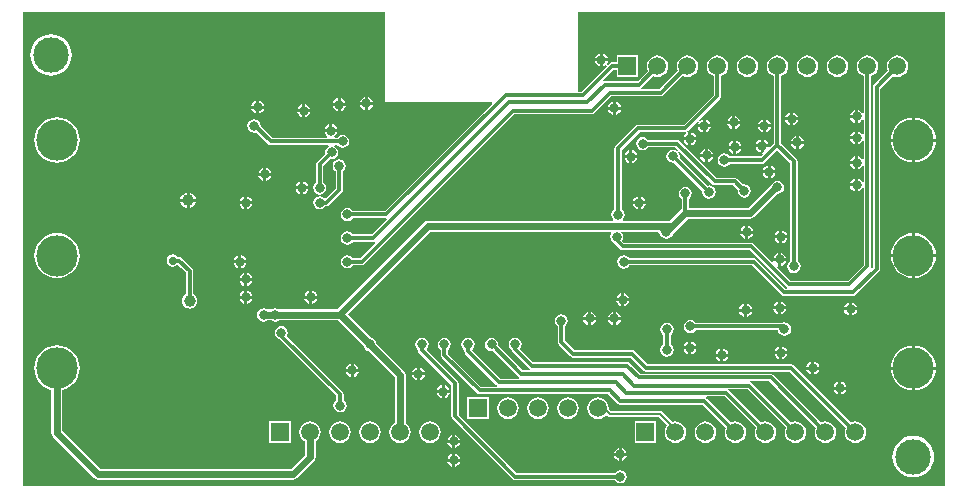
<source format=gbl>
%FSLAX44Y44*%
%MOMM*%
G71*
G01*
G75*
G04 Layer_Physical_Order=2*
G04 Layer_Color=16711680*
%ADD10R,1.3000X2.1000*%
%ADD11O,2.0000X1.0000*%
%ADD12O,4.0000X1.0000*%
%ADD13R,0.6500X0.9000*%
%ADD14R,2.0000X2.0000*%
%ADD15O,1.0000X3.0000*%
%ADD16R,0.9000X0.6500*%
%ADD17R,1.3000X0.9000*%
%ADD18O,1.0000X2.0000*%
%ADD19R,0.9000X1.3000*%
%ADD20R,1.9000X4.0000*%
%ADD21R,1.3000X4.5000*%
%ADD22R,0.6500X1.1000*%
%ADD23R,1.0000X1.0000*%
%ADD24R,0.6000X1.5000*%
%ADD25R,1.4000X0.6000*%
%ADD26P,2.0566X8X112.5*%
%ADD27R,1.3970X2.5400*%
%ADD28R,2.5400X1.1430*%
%ADD29C,0.3000*%
%ADD30C,0.6000*%
%ADD31C,0.4000*%
%ADD32C,0.5000*%
%ADD33C,0.2000*%
%ADD34C,3.0000*%
%ADD35R,1.5000X1.5000*%
%ADD36C,1.5000*%
%ADD37C,3.5000*%
%ADD38C,0.8000*%
%ADD39C,0.7000*%
%ADD40C,1.0000*%
G36*
X782000Y269D02*
X781731Y0D01*
X1330D01*
Y401410D01*
X308000D01*
Y326000D01*
X309000Y325000D01*
X397957D01*
X398443Y323827D01*
X307716Y233100D01*
X280592D01*
X279994Y233994D01*
X278162Y235219D01*
X276000Y235648D01*
X273838Y235219D01*
X272006Y233994D01*
X270781Y232162D01*
X270352Y230000D01*
X270781Y227838D01*
X272006Y226006D01*
X273838Y224781D01*
X276000Y224352D01*
X278162Y224781D01*
X279994Y226006D01*
X280592Y226900D01*
X308858D01*
X309132Y226239D01*
X309252Y225635D01*
X296716Y213100D01*
X280592D01*
X279994Y213994D01*
X278162Y215219D01*
X276000Y215648D01*
X273838Y215219D01*
X272006Y213994D01*
X270781Y212162D01*
X270352Y210000D01*
X270781Y207838D01*
X272006Y206006D01*
X273838Y204781D01*
X276000Y204352D01*
X278162Y204781D01*
X279994Y206006D01*
X280592Y206900D01*
X298000D01*
X298997Y207099D01*
X299595Y205979D01*
X286716Y193100D01*
X280592D01*
X279994Y193994D01*
X278162Y195219D01*
X276000Y195648D01*
X273838Y195219D01*
X272006Y193994D01*
X270781Y192162D01*
X270352Y190000D01*
X270781Y187838D01*
X272006Y186006D01*
X273838Y184781D01*
X276000Y184352D01*
X278162Y184781D01*
X279994Y186006D01*
X280592Y186900D01*
X288000D01*
X289186Y187136D01*
X290192Y187808D01*
X290192Y187808D01*
X290192Y187808D01*
X417284Y314900D01*
X483000D01*
X484186Y315136D01*
X485192Y315808D01*
X499284Y329900D01*
X541280D01*
X542466Y330136D01*
X543472Y330808D01*
X543472Y330808D01*
X543472Y330808D01*
X560061Y347397D01*
X561520Y346793D01*
X563880Y346482D01*
X566240Y346793D01*
X568439Y347704D01*
X570327Y349153D01*
X571776Y351041D01*
X572687Y353240D01*
X572998Y355600D01*
X572687Y357960D01*
X571776Y360159D01*
X570327Y362047D01*
X568439Y363496D01*
X566240Y364407D01*
X563880Y364718D01*
X561520Y364407D01*
X559321Y363496D01*
X557433Y362047D01*
X555984Y360159D01*
X555073Y357960D01*
X554762Y355600D01*
X555073Y353240D01*
X555677Y351781D01*
X539996Y336100D01*
X524702D01*
X524333Y337315D01*
X525072Y337808D01*
X525072Y337808D01*
X525072Y337808D01*
X534661Y347397D01*
X536120Y346793D01*
X538480Y346482D01*
X540840Y346793D01*
X543039Y347704D01*
X544927Y349153D01*
X546376Y351041D01*
X547287Y353240D01*
X547598Y355600D01*
X547287Y357960D01*
X546376Y360159D01*
X544927Y362047D01*
X543039Y363496D01*
X540840Y364407D01*
X538480Y364718D01*
X536120Y364407D01*
X533921Y363496D01*
X532033Y362047D01*
X530584Y360159D01*
X529673Y357960D01*
X529362Y355600D01*
X529673Y353240D01*
X530277Y351781D01*
X521596Y343100D01*
X494000D01*
X493004Y342901D01*
X492405Y344021D01*
X500884Y352500D01*
X504040D01*
Y346560D01*
X522120D01*
Y364640D01*
X504040D01*
Y358700D01*
X499600D01*
X498414Y358464D01*
X497408Y357792D01*
X496296Y356680D01*
X495861Y357037D01*
X495861Y357037D01*
X495315Y357485D01*
X496219Y358838D01*
X496396Y359730D01*
X492270D01*
Y355604D01*
X493162Y355781D01*
X494515Y356685D01*
X494963Y356139D01*
X494963Y356139D01*
X495320Y355704D01*
X473716Y334100D01*
X471000D01*
Y401410D01*
X782000D01*
Y269D01*
D02*
G37*
%LPC*%
G36*
X618396Y147730D02*
X614270D01*
Y143604D01*
X615162Y143781D01*
X616994Y145006D01*
X618219Y146838D01*
X618396Y147730D01*
D02*
G37*
G36*
X700730Y148730D02*
X696604D01*
X696781Y147838D01*
X698006Y146006D01*
X699838Y144781D01*
X700730Y144604D01*
Y148730D01*
D02*
G37*
G36*
X707396D02*
X703270D01*
Y144604D01*
X704162Y144781D01*
X705994Y146006D01*
X707218Y147838D01*
X707396Y148730D01*
D02*
G37*
G36*
X611730Y147730D02*
X607604D01*
X607781Y146838D01*
X609006Y145006D01*
X610838Y143781D01*
X611730Y143604D01*
Y147730D01*
D02*
G37*
G36*
X482270Y147396D02*
Y143270D01*
X486396D01*
X486219Y144162D01*
X484994Y145994D01*
X483162Y147219D01*
X482270Y147396D01*
D02*
G37*
G36*
X500730D02*
X499838Y147219D01*
X498006Y145994D01*
X496782Y144162D01*
X496604Y143270D01*
X500730D01*
Y147396D01*
D02*
G37*
G36*
X503270D02*
Y143270D01*
X507396D01*
X507219Y144162D01*
X505994Y145994D01*
X504162Y147219D01*
X503270Y147396D01*
D02*
G37*
G36*
X611730Y154396D02*
X610838Y154219D01*
X609006Y152994D01*
X607781Y151162D01*
X607604Y150270D01*
X611730D01*
Y154396D01*
D02*
G37*
G36*
X614270D02*
Y150270D01*
X618396D01*
X618219Y151162D01*
X616994Y152994D01*
X615162Y154219D01*
X614270Y154396D01*
D02*
G37*
G36*
X700730Y155396D02*
X699838Y155219D01*
X698006Y153994D01*
X696781Y152162D01*
X696604Y151270D01*
X700730D01*
Y155396D01*
D02*
G37*
G36*
X128000Y196139D02*
X126034Y195748D01*
X124366Y194634D01*
X123252Y192966D01*
X122861Y191000D01*
X123252Y189034D01*
X124366Y187366D01*
X126034Y186252D01*
X128000Y185861D01*
X129966Y186252D01*
X131634Y187366D01*
X135179Y184997D01*
X139261Y180916D01*
Y162595D01*
X139062Y162513D01*
X137696Y161464D01*
X136647Y160098D01*
X135988Y158507D01*
X135764Y156800D01*
X135988Y155093D01*
X136647Y153502D01*
X137696Y152136D01*
X139062Y151087D01*
X140653Y150428D01*
X142360Y150204D01*
X144067Y150428D01*
X145658Y151087D01*
X147024Y152136D01*
X148073Y153502D01*
X148732Y155093D01*
X148956Y156800D01*
X148732Y158507D01*
X148073Y160098D01*
X147024Y161464D01*
X145658Y162513D01*
X145460Y162595D01*
Y182200D01*
X145224Y183386D01*
X144552Y184392D01*
X135752Y193192D01*
X134746Y193864D01*
X133560Y194100D01*
X131990D01*
X131634Y194634D01*
X129966Y195748D01*
X128000Y196139D01*
D02*
G37*
G36*
X703270Y155396D02*
Y151270D01*
X707396D01*
X707218Y152162D01*
X705994Y153994D01*
X704162Y155219D01*
X703270Y155396D01*
D02*
G37*
G36*
X640730Y149730D02*
X636604D01*
X636782Y148838D01*
X638006Y147006D01*
X639838Y145781D01*
X640730Y145604D01*
Y149730D01*
D02*
G37*
G36*
X647396D02*
X643270D01*
Y145604D01*
X644162Y145781D01*
X645994Y147006D01*
X647219Y148838D01*
X647396Y149730D01*
D02*
G37*
G36*
X641730Y118396D02*
X640838Y118219D01*
X639006Y116994D01*
X637781Y115162D01*
X637604Y114270D01*
X641730D01*
Y118396D01*
D02*
G37*
G36*
X644270D02*
Y114270D01*
X648396D01*
X648219Y115162D01*
X646994Y116994D01*
X645162Y118219D01*
X644270Y118396D01*
D02*
G37*
G36*
X564730Y122396D02*
X563838Y122219D01*
X562006Y120994D01*
X560782Y119162D01*
X560604Y118270D01*
X564730D01*
Y122396D01*
D02*
G37*
G36*
X594270Y116396D02*
Y112270D01*
X598396D01*
X598219Y113162D01*
X596994Y114994D01*
X595162Y116219D01*
X594270Y116396D01*
D02*
G37*
G36*
X564730Y115730D02*
X560604D01*
X560782Y114838D01*
X562006Y113006D01*
X563838Y111781D01*
X564730Y111604D01*
Y115730D01*
D02*
G37*
G36*
X571396D02*
X567270D01*
Y111604D01*
X568162Y111781D01*
X569994Y113006D01*
X571219Y114838D01*
X571396Y115730D01*
D02*
G37*
G36*
X591730Y116396D02*
X590838Y116219D01*
X589006Y114994D01*
X587781Y113162D01*
X587604Y112270D01*
X591730D01*
Y116396D01*
D02*
G37*
G36*
X500730Y140730D02*
X496604D01*
X496782Y139838D01*
X498006Y138006D01*
X499838Y136781D01*
X500730Y136604D01*
Y140730D01*
D02*
G37*
G36*
X507396D02*
X503270D01*
Y136604D01*
X504162Y136781D01*
X505994Y138006D01*
X507219Y139838D01*
X507396Y140730D01*
D02*
G37*
G36*
X479730Y147396D02*
X478838Y147219D01*
X477006Y145994D01*
X475781Y144162D01*
X475604Y143270D01*
X479730D01*
Y147396D01*
D02*
G37*
G36*
X486396Y140730D02*
X482270D01*
Y136604D01*
X483162Y136781D01*
X484994Y138006D01*
X486219Y139838D01*
X486396Y140730D01*
D02*
G37*
G36*
X567270Y122396D02*
Y118270D01*
X571396D01*
X571219Y119162D01*
X569994Y120994D01*
X568162Y122219D01*
X567270Y122396D01*
D02*
G37*
G36*
X566213Y140862D02*
X564052Y140432D01*
X562219Y139208D01*
X560995Y137375D01*
X560565Y135213D01*
X560995Y133052D01*
X562219Y131219D01*
X564052Y129995D01*
X566213Y129565D01*
X568375Y129995D01*
X570208Y131219D01*
X570805Y132114D01*
X640528D01*
X640781Y130838D01*
X642006Y129006D01*
X643838Y127781D01*
X646000Y127352D01*
X648162Y127781D01*
X649994Y129006D01*
X651219Y130838D01*
X651648Y133000D01*
X651219Y135162D01*
X649994Y136994D01*
X648162Y138218D01*
X646000Y138649D01*
X644050Y138261D01*
X643786Y138313D01*
X570805D01*
X570208Y139208D01*
X568375Y140432D01*
X566213Y140862D01*
D02*
G37*
G36*
X479730Y140730D02*
X475604D01*
X475781Y139838D01*
X477006Y138006D01*
X478838Y136781D01*
X479730Y136604D01*
Y140730D01*
D02*
G37*
G36*
X640730Y156396D02*
X639838Y156219D01*
X638006Y154994D01*
X636782Y153162D01*
X636604Y152270D01*
X640730D01*
Y156396D01*
D02*
G37*
G36*
X188730Y180396D02*
X187838Y180219D01*
X186006Y178994D01*
X184781Y177162D01*
X184604Y176270D01*
X188730D01*
Y180396D01*
D02*
G37*
G36*
X191270D02*
Y176270D01*
X195396D01*
X195219Y177162D01*
X193994Y178994D01*
X192162Y180219D01*
X191270Y180396D01*
D02*
G37*
G36*
X183730Y188730D02*
X179604D01*
X179781Y187838D01*
X181006Y186006D01*
X182838Y184781D01*
X183730Y184604D01*
Y188730D01*
D02*
G37*
G36*
X774177Y193980D02*
X756440D01*
Y176243D01*
X758903Y176486D01*
X762492Y177574D01*
X765799Y179342D01*
X768698Y181722D01*
X771078Y184621D01*
X772846Y187929D01*
X773934Y191518D01*
X774177Y193980D01*
D02*
G37*
G36*
X195396Y173730D02*
X191270D01*
Y169604D01*
X192162Y169781D01*
X193994Y171006D01*
X195219Y172838D01*
X195396Y173730D01*
D02*
G37*
G36*
X30000Y214382D02*
X26267Y214014D01*
X22678Y212926D01*
X19371Y211158D01*
X16472Y208778D01*
X14092Y205879D01*
X12324Y202572D01*
X11236Y198983D01*
X10868Y195250D01*
X11236Y191518D01*
X12324Y187929D01*
X14092Y184621D01*
X16472Y181722D01*
X19371Y179342D01*
X22678Y177574D01*
X26267Y176486D01*
X30000Y176118D01*
X33733Y176486D01*
X37322Y177574D01*
X40629Y179342D01*
X43528Y181722D01*
X45908Y184621D01*
X47676Y187929D01*
X48765Y191518D01*
X49132Y195250D01*
X48765Y198983D01*
X47676Y202572D01*
X45908Y205879D01*
X43528Y208778D01*
X40629Y211158D01*
X37322Y212926D01*
X33733Y214014D01*
X30000Y214382D01*
D02*
G37*
G36*
X753900Y193980D02*
X736163D01*
X736405Y191518D01*
X737494Y187929D01*
X739262Y184621D01*
X741641Y181722D01*
X744541Y179342D01*
X747848Y177574D01*
X751438Y176486D01*
X753900Y176243D01*
Y193980D01*
D02*
G37*
G36*
X186270Y195396D02*
Y191270D01*
X190396D01*
X190219Y192162D01*
X188994Y193994D01*
X187162Y195219D01*
X186270Y195396D01*
D02*
G37*
G36*
X640730Y197396D02*
X639838Y197219D01*
X638006Y195994D01*
X636782Y194162D01*
X636604Y193270D01*
X640730D01*
Y197396D01*
D02*
G37*
G36*
X643270D02*
Y193270D01*
X647396D01*
X647219Y194162D01*
X645994Y195994D01*
X644162Y197219D01*
X643270Y197396D01*
D02*
G37*
G36*
X183730Y195396D02*
X182838Y195219D01*
X181006Y193994D01*
X179781Y192162D01*
X179604Y191270D01*
X183730D01*
Y195396D01*
D02*
G37*
G36*
X190396Y188730D02*
X186270D01*
Y184604D01*
X187162Y184781D01*
X188994Y186006D01*
X190219Y187838D01*
X190396Y188730D01*
D02*
G37*
G36*
X741680Y364718D02*
X739320Y364407D01*
X737121Y363496D01*
X735233Y362047D01*
X733784Y360159D01*
X732873Y357960D01*
X732562Y355600D01*
X732873Y353240D01*
X733477Y351781D01*
X721808Y340112D01*
X721136Y339106D01*
X720900Y337920D01*
Y185600D01*
X719811Y184947D01*
X719181Y185284D01*
X719380Y186280D01*
Y213280D01*
Y347099D01*
X720839Y347704D01*
X722727Y349153D01*
X724176Y351041D01*
X725087Y353240D01*
X725398Y355600D01*
X725087Y357960D01*
X724176Y360159D01*
X722727Y362047D01*
X720839Y363496D01*
X718640Y364407D01*
X716280Y364718D01*
X713920Y364407D01*
X711721Y363496D01*
X709833Y362047D01*
X708384Y360159D01*
X707473Y357960D01*
X707162Y355600D01*
X707473Y353240D01*
X708384Y351041D01*
X709833Y349153D01*
X711721Y347704D01*
X713180Y347099D01*
Y315910D01*
X711965Y315541D01*
X710994Y316994D01*
X709162Y318219D01*
X708270Y318396D01*
Y312997D01*
Y307604D01*
X709162Y307782D01*
X710994Y309006D01*
X711965Y310459D01*
X713180Y310090D01*
Y297910D01*
X711965Y297541D01*
X710994Y298994D01*
X709162Y300219D01*
X708270Y300396D01*
Y294998D01*
Y289604D01*
X709162Y289781D01*
X710994Y291006D01*
X711965Y292459D01*
X713180Y292090D01*
Y276910D01*
X711965Y276541D01*
X710994Y277994D01*
X709162Y279219D01*
X708270Y279396D01*
Y273997D01*
Y268604D01*
X709162Y268782D01*
X710994Y270006D01*
X711965Y271459D01*
X713180Y271090D01*
Y257910D01*
X711965Y257541D01*
X710994Y258994D01*
X709162Y260219D01*
X708270Y260396D01*
Y254998D01*
Y249604D01*
X709162Y249781D01*
X710994Y251006D01*
X711965Y252459D01*
X713180Y252090D01*
Y213280D01*
Y187564D01*
X699716Y174100D01*
X651284D01*
X642192Y183192D01*
X639842Y185542D01*
X640441Y186662D01*
X640730Y186604D01*
Y190730D01*
X636604D01*
X636662Y190441D01*
X635542Y189842D01*
X620192Y205192D01*
X619186Y205864D01*
X618000Y206100D01*
X510284D01*
X508547Y207837D01*
X509211Y208830D01*
X509640Y210992D01*
X509211Y213153D01*
X507986Y214986D01*
X508103Y215371D01*
X539083D01*
X540574Y213879D01*
X540781Y212838D01*
X542006Y211006D01*
X543838Y209781D01*
X546000Y209352D01*
X548162Y209781D01*
X549994Y211006D01*
X551219Y212838D01*
X551426Y213879D01*
X563917Y226371D01*
X617000D01*
X617000Y226371D01*
X618771Y226723D01*
X620273Y227727D01*
X639915Y247368D01*
X640000Y247351D01*
X642162Y247781D01*
X643994Y249006D01*
X645219Y250838D01*
X645648Y253000D01*
X645219Y255162D01*
X643994Y256994D01*
X642162Y258219D01*
X640000Y258648D01*
X637838Y258219D01*
X636006Y256994D01*
X635116Y255662D01*
X615083Y235629D01*
X565100D01*
Y243408D01*
X565994Y244006D01*
X567219Y245838D01*
X567649Y248000D01*
X567219Y250162D01*
X565994Y251994D01*
X564162Y253219D01*
X562000Y253648D01*
X559838Y253219D01*
X558006Y251994D01*
X556781Y250162D01*
X556352Y248000D01*
X556781Y245838D01*
X558006Y244006D01*
X558900Y243408D01*
Y234389D01*
X558727Y234273D01*
X558727Y234273D01*
X548573Y224119D01*
X543007D01*
X542771Y224277D01*
X541000Y224629D01*
X541000Y224629D01*
X509349D01*
X508994Y225800D01*
X510219Y227632D01*
X510648Y229794D01*
X510219Y231956D01*
X508994Y233788D01*
X508100Y234386D01*
Y284716D01*
X523284Y299900D01*
X562000D01*
X562878Y300075D01*
X563345Y298948D01*
X563345D01*
X563364Y298902D01*
X562006Y297994D01*
X560782Y296162D01*
X560604Y295270D01*
X564730D01*
Y299396D01*
X564146Y299280D01*
X563679Y300407D01*
X563679D01*
X563660Y300453D01*
X564192Y300808D01*
X572704Y309321D01*
X573137Y308965D01*
D01*
X573686Y308515D01*
X572781Y307162D01*
X572604Y306270D01*
X576730D01*
Y310396D01*
X575838Y310219D01*
X574485Y309314D01*
X574035Y309863D01*
D01*
X573680Y310296D01*
X591472Y328088D01*
X592144Y329094D01*
X592380Y330280D01*
X592380Y330280D01*
X592380Y330280D01*
Y330280D01*
Y347099D01*
X593839Y347704D01*
X595727Y349153D01*
X597176Y351041D01*
X598087Y353240D01*
X598398Y355600D01*
X598087Y357960D01*
X597176Y360159D01*
X595727Y362047D01*
X593839Y363496D01*
X591640Y364407D01*
X589280Y364718D01*
X586920Y364407D01*
X584721Y363496D01*
X582833Y362047D01*
X581384Y360159D01*
X580473Y357960D01*
X580162Y355600D01*
X580473Y353240D01*
X581384Y351041D01*
X582833Y349153D01*
X584721Y347704D01*
X586180Y347099D01*
Y331564D01*
X560716Y306100D01*
X522000D01*
X520814Y305864D01*
X519808Y305192D01*
X502808Y288192D01*
X502136Y287186D01*
X501900Y286000D01*
Y234386D01*
X501006Y233788D01*
X499781Y231956D01*
X499352Y229794D01*
X499781Y227632D01*
X501006Y225800D01*
X500651Y224629D01*
X344000D01*
X344000Y224629D01*
X342229Y224277D01*
X340727Y223273D01*
X267083Y149629D01*
X218044D01*
X217162Y150218D01*
X215000Y150648D01*
X212838Y150218D01*
X211956Y149629D01*
X208044D01*
X207162Y150218D01*
X205000Y150648D01*
X202838Y150218D01*
X201006Y148994D01*
X199781Y147162D01*
X199352Y145000D01*
X199781Y142838D01*
X201006Y141006D01*
X202838Y139781D01*
X205000Y139352D01*
X207162Y139781D01*
X208044Y140371D01*
X211956D01*
X212838Y139781D01*
X215000Y139352D01*
X217162Y139781D01*
X218044Y140371D01*
X268083D01*
X289574Y118879D01*
X289781Y117838D01*
X291006Y116006D01*
X292838Y114781D01*
X293879Y114574D01*
X315891Y92563D01*
Y53563D01*
X314073Y52167D01*
X312624Y50279D01*
X311713Y48080D01*
X311402Y45720D01*
X311713Y43360D01*
X312624Y41161D01*
X314073Y39273D01*
X315961Y37824D01*
X318160Y36913D01*
X320520Y36602D01*
X322880Y36913D01*
X325079Y37824D01*
X326967Y39273D01*
X328416Y41161D01*
X329327Y43360D01*
X329638Y45720D01*
X329327Y48080D01*
X328416Y50279D01*
X326967Y52167D01*
X325149Y53563D01*
Y94480D01*
X325149Y94480D01*
X324797Y96251D01*
X323793Y97753D01*
X323793Y97753D01*
X300426Y121121D01*
X300219Y122162D01*
X298994Y123994D01*
X297162Y125218D01*
X296121Y125426D01*
X276046Y145500D01*
X345917Y215371D01*
X498908D01*
X499507Y214251D01*
X498773Y213153D01*
X498343Y210992D01*
X498773Y208830D01*
X499998Y206998D01*
X501830Y205773D01*
X501846Y205770D01*
X506808Y200808D01*
X507814Y200136D01*
X509000Y199900D01*
X616716D01*
X637808Y178808D01*
X647808Y168808D01*
X648547Y168315D01*
X648178Y167100D01*
X647284D01*
X622276Y192108D01*
X621270Y192780D01*
X620084Y193016D01*
X514592D01*
X513994Y193910D01*
X512162Y195135D01*
X510000Y195564D01*
X507838Y195135D01*
X506006Y193910D01*
X504781Y192078D01*
X504352Y189916D01*
X504781Y187754D01*
X506006Y185922D01*
X507838Y184697D01*
X510000Y184268D01*
X512162Y184697D01*
X513994Y185922D01*
X514592Y186816D01*
X618800D01*
X643808Y161808D01*
X643808Y161808D01*
X643808D01*
X643808Y161808D01*
X643808D01*
X643808Y161808D01*
Y161808D01*
Y161808D01*
D01*
D01*
X643808D01*
Y161808D01*
X644814Y161136D01*
X646000Y160900D01*
X704000D01*
X705186Y161136D01*
X706192Y161808D01*
X726192Y181808D01*
X726864Y182814D01*
X727100Y184000D01*
Y336636D01*
X737861Y347397D01*
X739320Y346793D01*
X741680Y346482D01*
X744040Y346793D01*
X746239Y347704D01*
X748127Y349153D01*
X749576Y351041D01*
X750487Y353240D01*
X750798Y355600D01*
X750487Y357960D01*
X749576Y360159D01*
X748127Y362047D01*
X746239Y363496D01*
X744040Y364407D01*
X741680Y364718D01*
D02*
G37*
G36*
X647396Y190730D02*
X643270D01*
Y186604D01*
X644162Y186781D01*
X645994Y188006D01*
X647219Y189838D01*
X647396Y190730D01*
D02*
G37*
G36*
X250396Y158730D02*
X246270D01*
Y154604D01*
X247162Y154781D01*
X248994Y156006D01*
X250219Y157838D01*
X250396Y158730D01*
D02*
G37*
G36*
X188730Y158730D02*
X184604D01*
X184781Y157838D01*
X186006Y156006D01*
X187838Y154782D01*
X188730Y154604D01*
Y158730D01*
D02*
G37*
G36*
X195396D02*
X191270D01*
Y154604D01*
X192162Y154782D01*
X193994Y156006D01*
X195219Y157838D01*
X195396Y158730D01*
D02*
G37*
G36*
X243730Y158730D02*
X239604D01*
X239781Y157838D01*
X241006Y156006D01*
X242838Y154781D01*
X243730Y154604D01*
Y158730D01*
D02*
G37*
G36*
X643270Y156396D02*
Y152270D01*
X647396D01*
X647219Y153162D01*
X645994Y154994D01*
X644162Y156219D01*
X643270Y156396D01*
D02*
G37*
G36*
X507730Y156730D02*
X503604D01*
X503781Y155838D01*
X505006Y154006D01*
X506838Y152781D01*
X507730Y152604D01*
Y156730D01*
D02*
G37*
G36*
X514396D02*
X510270D01*
Y152604D01*
X511162Y152781D01*
X512994Y154006D01*
X514219Y155838D01*
X514396Y156730D01*
D02*
G37*
G36*
X188730Y165396D02*
X187838Y165219D01*
X186006Y163994D01*
X184781Y162162D01*
X184604Y161270D01*
X188730D01*
Y165396D01*
D02*
G37*
G36*
X191270D02*
Y161270D01*
X195396D01*
X195219Y162162D01*
X193994Y163994D01*
X192162Y165219D01*
X191270Y165396D01*
D02*
G37*
G36*
X188730Y173730D02*
X184604D01*
X184781Y172838D01*
X186006Y171006D01*
X187838Y169781D01*
X188730Y169604D01*
Y173730D01*
D02*
G37*
G36*
X246270Y165396D02*
Y161270D01*
X250396D01*
X250219Y162162D01*
X248994Y163994D01*
X247162Y165219D01*
X246270Y165396D01*
D02*
G37*
G36*
X507730Y163396D02*
X506838Y163218D01*
X505006Y161994D01*
X503781Y160162D01*
X503604Y159270D01*
X507730D01*
Y163396D01*
D02*
G37*
G36*
X510270D02*
Y159270D01*
X514396D01*
X514219Y160162D01*
X512994Y161994D01*
X511162Y163218D01*
X510270Y163396D01*
D02*
G37*
G36*
X243730Y165396D02*
X242838Y165219D01*
X241006Y163994D01*
X239781Y162162D01*
X239604Y161270D01*
X243730D01*
Y165396D01*
D02*
G37*
G36*
X546410Y138379D02*
X544248Y137949D01*
X542416Y136724D01*
X541191Y134892D01*
X540761Y132730D01*
X541191Y130569D01*
X542416Y128736D01*
X543310Y128138D01*
Y119822D01*
X542416Y119224D01*
X541191Y117392D01*
X540761Y115230D01*
X541191Y113069D01*
X542416Y111236D01*
X544248Y110012D01*
X546410Y109582D01*
X548572Y110012D01*
X550404Y111236D01*
X551628Y113069D01*
X552058Y115230D01*
X551628Y117392D01*
X550404Y119224D01*
X549510Y119822D01*
Y128138D01*
X550404Y128736D01*
X551628Y130569D01*
X552058Y132730D01*
X551628Y134892D01*
X550404Y136724D01*
X548572Y137949D01*
X546410Y138379D01*
D02*
G37*
G36*
X457000Y145648D02*
X454838Y145219D01*
X453006Y143994D01*
X451781Y142162D01*
X451352Y140000D01*
X451781Y137838D01*
X453006Y136006D01*
X453900Y135408D01*
Y130000D01*
Y122000D01*
X453900Y122000D01*
X453900D01*
X454136Y120814D01*
X454808Y119808D01*
X464808Y109808D01*
X464808Y109808D01*
X464808D01*
X464808Y109808D01*
X464808D01*
X464808Y109808D01*
Y109808D01*
Y109808D01*
D01*
D01*
X464808D01*
Y109808D01*
X465814Y109136D01*
X467000Y108900D01*
X515716D01*
X526808Y97808D01*
X527814Y97136D01*
X527814Y97136D01*
X527814Y97136D01*
D01*
X527814Y97136D01*
X527814Y97136D01*
X529000Y96900D01*
X650556D01*
X697917Y49539D01*
X697313Y48080D01*
X697002Y45720D01*
X697313Y43360D01*
X698224Y41161D01*
X699673Y39273D01*
X701561Y37824D01*
X703760Y36913D01*
X706120Y36602D01*
X708480Y36913D01*
X710679Y37824D01*
X712567Y39273D01*
X714016Y41161D01*
X714927Y43360D01*
X715238Y45720D01*
X714927Y48080D01*
X714016Y50279D01*
X712567Y52167D01*
X710679Y53616D01*
X708480Y54527D01*
X706120Y54838D01*
X703760Y54527D01*
X702301Y53923D01*
X654032Y102192D01*
X653026Y102864D01*
X651840Y103100D01*
X530284D01*
X519192Y114192D01*
X518186Y114864D01*
X517000Y115100D01*
X468284D01*
X460100Y123284D01*
Y130000D01*
Y135408D01*
X460994Y136006D01*
X462219Y137838D01*
X462649Y140000D01*
X462219Y142162D01*
X460994Y143994D01*
X459162Y145219D01*
X457000Y145648D01*
D02*
G37*
G36*
X227960Y54760D02*
X209880D01*
Y36680D01*
X227960D01*
Y54760D01*
D02*
G37*
G36*
X537360D02*
X519280D01*
Y36680D01*
X537360D01*
Y54760D01*
D02*
G37*
G36*
X579120Y54838D02*
X576760Y54527D01*
X574561Y53616D01*
X572673Y52167D01*
X571224Y50279D01*
X570313Y48080D01*
X570002Y45720D01*
X570313Y43360D01*
X571224Y41161D01*
X572673Y39273D01*
X574561Y37824D01*
X576760Y36913D01*
X579120Y36602D01*
X581480Y36913D01*
X583679Y37824D01*
X585567Y39273D01*
X587016Y41161D01*
X587927Y43360D01*
X588238Y45720D01*
X587927Y48080D01*
X587016Y50279D01*
X585567Y52167D01*
X583679Y53616D01*
X581480Y54527D01*
X579120Y54838D01*
D02*
G37*
G36*
X295120D02*
X292760Y54527D01*
X290561Y53616D01*
X288673Y52167D01*
X287224Y50279D01*
X286313Y48080D01*
X286002Y45720D01*
X286313Y43360D01*
X287224Y41161D01*
X288673Y39273D01*
X290561Y37824D01*
X292760Y36913D01*
X295120Y36602D01*
X297480Y36913D01*
X299679Y37824D01*
X301567Y39273D01*
X303016Y41161D01*
X303927Y43360D01*
X304238Y45720D01*
X303927Y48080D01*
X303016Y50279D01*
X301567Y52167D01*
X299679Y53616D01*
X297480Y54527D01*
X295120Y54838D01*
D02*
G37*
G36*
X345920D02*
X343560Y54527D01*
X341361Y53616D01*
X339473Y52167D01*
X338024Y50279D01*
X337113Y48080D01*
X336802Y45720D01*
X337113Y43360D01*
X338024Y41161D01*
X339473Y39273D01*
X341361Y37824D01*
X343560Y36913D01*
X345920Y36602D01*
X348280Y36913D01*
X350479Y37824D01*
X352367Y39273D01*
X353816Y41161D01*
X354727Y43360D01*
X355038Y45720D01*
X354727Y48080D01*
X353816Y50279D01*
X352367Y52167D01*
X350479Y53616D01*
X348280Y54527D01*
X345920Y54838D01*
D02*
G37*
G36*
X488160Y75158D02*
X485800Y74847D01*
X483601Y73936D01*
X481713Y72487D01*
X480264Y70599D01*
X479353Y68400D01*
X479042Y66040D01*
X479353Y63680D01*
X480264Y61481D01*
X481713Y59593D01*
X483601Y58144D01*
X485800Y57233D01*
X488160Y56922D01*
X490520Y57233D01*
X492719Y58144D01*
X494607Y59593D01*
X495675Y59663D01*
Y59662D01*
X496169Y59169D01*
D01*
D01*
X496169D01*
X496169Y59169D01*
Y59169D01*
Y59169D01*
D01*
D01*
X496169D01*
Y59169D01*
X497009Y58607D01*
X498000Y58410D01*
X539927D01*
X546794Y51544D01*
X545824Y50279D01*
X544913Y48080D01*
X544602Y45720D01*
X544913Y43360D01*
X545824Y41161D01*
X547273Y39273D01*
X549161Y37824D01*
X551360Y36913D01*
X553720Y36602D01*
X556080Y36913D01*
X558279Y37824D01*
X560167Y39273D01*
X561616Y41161D01*
X562527Y43360D01*
X562838Y45720D01*
X562527Y48080D01*
X561616Y50279D01*
X560167Y52167D01*
X558279Y53616D01*
X556080Y54527D01*
X553720Y54838D01*
X551360Y54527D01*
X551201Y54461D01*
X542831Y62831D01*
X541991Y63393D01*
X541000Y63590D01*
X499073D01*
X497202Y65461D01*
X497278Y66040D01*
X496967Y68400D01*
X496056Y70599D01*
X494607Y72487D01*
X492719Y73936D01*
X490520Y74847D01*
X488160Y75158D01*
D02*
G37*
G36*
X462760D02*
X460400Y74847D01*
X458201Y73936D01*
X456313Y72487D01*
X454864Y70599D01*
X453953Y68400D01*
X453642Y66040D01*
X453953Y63680D01*
X454864Y61481D01*
X456313Y59593D01*
X458201Y58144D01*
X460400Y57233D01*
X462760Y56922D01*
X465120Y57233D01*
X467319Y58144D01*
X469207Y59593D01*
X470656Y61481D01*
X471567Y63680D01*
X471878Y66040D01*
X471567Y68400D01*
X470656Y70599D01*
X469207Y72487D01*
X467319Y73936D01*
X465120Y74847D01*
X462760Y75158D01*
D02*
G37*
G36*
X395600Y75080D02*
X377520D01*
Y57000D01*
X395600D01*
Y75080D01*
D02*
G37*
G36*
X220000Y135648D02*
X217838Y135219D01*
X216006Y133994D01*
X214781Y132162D01*
X214352Y130000D01*
X214781Y127838D01*
X216006Y126006D01*
X217838Y124781D01*
X218458Y124658D01*
X266620Y76496D01*
Y72812D01*
X265726Y72214D01*
X264501Y70381D01*
X264072Y68220D01*
X264501Y66058D01*
X265726Y64226D01*
X267558Y63001D01*
X269720Y62571D01*
X271882Y63001D01*
X273714Y64226D01*
X274939Y66058D01*
X275368Y68220D01*
X274939Y70381D01*
X273714Y72214D01*
X272820Y72812D01*
Y77780D01*
X272584Y78966D01*
X271912Y79972D01*
X224748Y127135D01*
X225219Y127838D01*
X225648Y130000D01*
X225219Y132162D01*
X223994Y133994D01*
X222162Y135219D01*
X220000Y135648D01*
D02*
G37*
G36*
X437360Y75158D02*
X435000Y74847D01*
X432801Y73936D01*
X430913Y72487D01*
X429464Y70599D01*
X428553Y68400D01*
X428242Y66040D01*
X428553Y63680D01*
X429464Y61481D01*
X430913Y59593D01*
X432801Y58144D01*
X435000Y57233D01*
X437360Y56922D01*
X439720Y57233D01*
X441919Y58144D01*
X443807Y59593D01*
X445256Y61481D01*
X446167Y63680D01*
X446478Y66040D01*
X446167Y68400D01*
X445256Y70599D01*
X443807Y72487D01*
X441919Y73936D01*
X439720Y74847D01*
X437360Y75158D01*
D02*
G37*
G36*
X364730Y43396D02*
X363838Y43219D01*
X362006Y41994D01*
X360781Y40162D01*
X360604Y39270D01*
X364730D01*
Y43396D01*
D02*
G37*
G36*
X367270D02*
Y39270D01*
X371396D01*
X371219Y40162D01*
X369994Y41994D01*
X368162Y43219D01*
X367270Y43396D01*
D02*
G37*
G36*
X411960Y75158D02*
X409600Y74847D01*
X407401Y73936D01*
X405513Y72487D01*
X404064Y70599D01*
X403153Y68400D01*
X402842Y66040D01*
X403153Y63680D01*
X404064Y61481D01*
X405513Y59593D01*
X407401Y58144D01*
X409600Y57233D01*
X411960Y56922D01*
X414320Y57233D01*
X416519Y58144D01*
X418407Y59593D01*
X419856Y61481D01*
X420767Y63680D01*
X421078Y66040D01*
X420767Y68400D01*
X419856Y70599D01*
X418407Y72487D01*
X416519Y73936D01*
X414320Y74847D01*
X411960Y75158D01*
D02*
G37*
G36*
X371396Y20730D02*
X367270D01*
Y16604D01*
X368162Y16781D01*
X369994Y18006D01*
X371219Y19838D01*
X371396Y20730D01*
D02*
G37*
G36*
X505730Y25730D02*
X501604D01*
X501781Y24838D01*
X503006Y23006D01*
X504838Y21781D01*
X505730Y21604D01*
Y25730D01*
D02*
G37*
G36*
X512396D02*
X508270D01*
Y21604D01*
X509162Y21781D01*
X510994Y23006D01*
X512219Y24838D01*
X512396Y25730D01*
D02*
G37*
G36*
X364730Y20730D02*
X360604D01*
X360781Y19838D01*
X362006Y18006D01*
X363838Y16781D01*
X364730Y16604D01*
Y20730D01*
D02*
G37*
G36*
X339000Y125648D02*
X336838Y125218D01*
X335006Y123994D01*
X333782Y122162D01*
X333352Y120000D01*
X333782Y117838D01*
X335006Y116006D01*
X335900Y115408D01*
D01*
X335900Y115000D01*
X335900Y115000D01*
X335900D01*
X336136Y113814D01*
X336808Y112808D01*
X363900Y85716D01*
Y80185D01*
X362637Y80060D01*
X362649Y80000D01*
X362637Y79940D01*
X363900Y79815D01*
Y59000D01*
X363900Y59000D01*
X363900D01*
X364136Y57814D01*
X364808Y56808D01*
X415808Y5808D01*
X415808Y5808D01*
X415808D01*
X415808Y5808D01*
X415808D01*
X415808Y5808D01*
Y5808D01*
Y5808D01*
D01*
D01*
X415808D01*
Y5808D01*
X416814Y5136D01*
X418000Y4900D01*
X502408D01*
X503006Y4006D01*
X504838Y2781D01*
X507000Y2351D01*
X509162Y2781D01*
X510994Y4006D01*
X512219Y5838D01*
X512649Y8000D01*
X512219Y10162D01*
X510994Y11994D01*
X509162Y13219D01*
X507000Y13649D01*
X504838Y13219D01*
X503006Y11994D01*
X502408Y11100D01*
X419284D01*
X370100Y60284D01*
Y87000D01*
X369864Y88186D01*
X369192Y89192D01*
X342939Y115445D01*
X342994Y116006D01*
X344219Y117838D01*
X344649Y120000D01*
X344219Y122162D01*
X342994Y123994D01*
X341162Y125218D01*
X339000Y125648D01*
D02*
G37*
G36*
X30000Y119132D02*
X26267Y118764D01*
X22678Y117676D01*
X19371Y115908D01*
X16472Y113528D01*
X14092Y110629D01*
X12324Y107322D01*
X11236Y103733D01*
X10868Y100000D01*
X11236Y96267D01*
X12324Y92678D01*
X14092Y89371D01*
X16472Y86472D01*
X19371Y84092D01*
X22678Y82324D01*
X25371Y81507D01*
Y45000D01*
X25371Y45000D01*
X25723Y43229D01*
X26727Y41727D01*
X61727Y6727D01*
X61727Y6727D01*
X63229Y5723D01*
X63229Y5723D01*
X63229Y5723D01*
D01*
X63229Y5723D01*
X63229Y5723D01*
X65000Y5371D01*
X65000Y5371D01*
X230000D01*
X230000Y5371D01*
X231771Y5723D01*
X233273Y6727D01*
X247593Y21047D01*
X247593Y21047D01*
X248597Y22549D01*
X248949Y24320D01*
Y37877D01*
X250767Y39273D01*
X252216Y41161D01*
X253127Y43360D01*
X253438Y45720D01*
X253127Y48080D01*
X252216Y50279D01*
X250767Y52167D01*
X248879Y53616D01*
X246680Y54527D01*
X244320Y54838D01*
X241960Y54527D01*
X239761Y53616D01*
X237873Y52167D01*
X236424Y50279D01*
X235513Y48080D01*
X235202Y45720D01*
X235513Y43360D01*
X236424Y41161D01*
X237873Y39273D01*
X239691Y37877D01*
Y26237D01*
X228083Y14629D01*
X66917D01*
X34629Y46917D01*
Y81507D01*
X37322Y82324D01*
X40629Y84092D01*
X43528Y86472D01*
X45908Y89371D01*
X47676Y92678D01*
X48765Y96267D01*
X49132Y100000D01*
X48765Y103733D01*
X47676Y107322D01*
X45908Y110629D01*
X43528Y113528D01*
X40629Y115908D01*
X37322Y117676D01*
X33733Y118764D01*
X30000Y119132D01*
D02*
G37*
G36*
X755000Y42625D02*
X751562Y42287D01*
X748255Y41284D01*
X745208Y39655D01*
X742537Y37463D01*
X740346Y34792D01*
X738717Y31745D01*
X737714Y28439D01*
X737375Y25001D01*
X737714Y21562D01*
X738717Y18256D01*
X740346Y15209D01*
X742537Y12538D01*
X745208Y10346D01*
X748255Y8717D01*
X751562Y7714D01*
X755000Y7376D01*
X758438Y7714D01*
X761745Y8717D01*
X764792Y10346D01*
X767463Y12538D01*
X769654Y15209D01*
X771283Y18256D01*
X772286Y21562D01*
X772625Y25001D01*
X772286Y28439D01*
X771283Y31745D01*
X769654Y34792D01*
X767463Y37463D01*
X764792Y39655D01*
X761745Y41284D01*
X758438Y42287D01*
X755000Y42625D01*
D02*
G37*
G36*
X364730Y36730D02*
X360604D01*
X360781Y35838D01*
X362006Y34006D01*
X363838Y32781D01*
X364730Y32604D01*
Y36730D01*
D02*
G37*
G36*
X371396D02*
X367270D01*
Y32604D01*
X368162Y32781D01*
X369994Y34006D01*
X371219Y35838D01*
X371396Y36730D01*
D02*
G37*
G36*
X269720Y54838D02*
X267360Y54527D01*
X265161Y53616D01*
X263273Y52167D01*
X261824Y50279D01*
X260913Y48080D01*
X260602Y45720D01*
X260913Y43360D01*
X261824Y41161D01*
X263273Y39273D01*
X265161Y37824D01*
X267360Y36913D01*
X269720Y36602D01*
X272080Y36913D01*
X274279Y37824D01*
X276167Y39273D01*
X277616Y41161D01*
X278527Y43360D01*
X278838Y45720D01*
X278527Y48080D01*
X277616Y50279D01*
X276167Y52167D01*
X274279Y53616D01*
X272080Y54527D01*
X269720Y54838D01*
D02*
G37*
G36*
X508270Y32396D02*
Y28270D01*
X512396D01*
X512219Y29162D01*
X510994Y30994D01*
X509162Y32219D01*
X508270Y32396D01*
D02*
G37*
G36*
X364730Y27396D02*
X363838Y27219D01*
X362006Y25994D01*
X360781Y24162D01*
X360604Y23270D01*
X364730D01*
Y27396D01*
D02*
G37*
G36*
X367270D02*
Y23270D01*
X371396D01*
X371219Y24162D01*
X369994Y25994D01*
X368162Y27219D01*
X367270Y27396D01*
D02*
G37*
G36*
X505730Y32396D02*
X504838Y32219D01*
X503006Y30994D01*
X501781Y29162D01*
X501604Y28270D01*
X505730D01*
Y32396D01*
D02*
G37*
G36*
X355730Y78730D02*
X351604D01*
X351781Y77838D01*
X353006Y76006D01*
X354838Y74781D01*
X355730Y74604D01*
Y78730D01*
D02*
G37*
G36*
X278730Y103396D02*
X277838Y103219D01*
X276006Y101994D01*
X274781Y100162D01*
X274604Y99270D01*
X278730D01*
Y103396D01*
D02*
G37*
G36*
X281270D02*
Y99270D01*
X285396D01*
X285219Y100162D01*
X283994Y101994D01*
X282162Y103219D01*
X281270Y103396D01*
D02*
G37*
G36*
X668730Y105396D02*
X667838Y105219D01*
X666006Y103994D01*
X664781Y102162D01*
X664604Y101270D01*
X668730D01*
Y105396D01*
D02*
G37*
G36*
X418000Y125648D02*
X415838Y125218D01*
X414006Y123994D01*
X412781Y122162D01*
X412351Y120000D01*
X412781Y117838D01*
X414006Y116006D01*
X415036Y115317D01*
X415136Y114814D01*
X415808Y113808D01*
X429808Y99808D01*
X430547Y99315D01*
X430178Y98099D01*
X424284D01*
X403438Y118945D01*
X403648Y120000D01*
X403218Y122162D01*
X401994Y123994D01*
X400162Y125218D01*
X398000Y125648D01*
X395838Y125218D01*
X394006Y123994D01*
X392781Y122162D01*
X392351Y120000D01*
X392781Y117838D01*
X394006Y116006D01*
X395838Y114781D01*
X398000Y114352D01*
X399055Y114561D01*
X420808Y92808D01*
X421411Y92406D01*
X421547Y92315D01*
X421178Y91100D01*
X405284D01*
X381100Y115284D01*
Y115408D01*
X381994Y116006D01*
X383218Y117838D01*
X383648Y120000D01*
X383218Y122162D01*
X381994Y123994D01*
X380162Y125218D01*
X378000Y125648D01*
X375838Y125218D01*
X374006Y123994D01*
X372781Y122162D01*
X372351Y120000D01*
X372781Y117838D01*
X374006Y116006D01*
X374900Y115408D01*
Y114000D01*
X374900Y114000D01*
X374900D01*
X375136Y112814D01*
X375808Y111808D01*
X401808Y85808D01*
X402547Y85315D01*
X402178Y84100D01*
X389284D01*
X361100Y112284D01*
Y115408D01*
X361994Y116006D01*
X363218Y117838D01*
X363648Y120000D01*
X363218Y122162D01*
X361994Y123994D01*
X360162Y125218D01*
X358000Y125648D01*
X355838Y125218D01*
X354006Y123994D01*
X352781Y122162D01*
X352351Y120000D01*
X352781Y117838D01*
X354006Y116006D01*
X354900Y115408D01*
Y111000D01*
X354900Y111000D01*
X354900D01*
X355136Y109814D01*
X355808Y108808D01*
X385808Y78808D01*
X385808D01*
X385808Y78808D01*
X385808D01*
X385808Y78808D01*
Y78808D01*
X385808Y78808D01*
Y78808D01*
X386814Y78136D01*
X388000Y77900D01*
X496716D01*
X504808Y69808D01*
X504808D01*
X504808Y69808D01*
X504808D01*
X504808Y69808D01*
Y69808D01*
X504808Y69808D01*
Y69808D01*
X505814Y69136D01*
X507000Y68900D01*
X576956D01*
X596317Y49539D01*
X595713Y48080D01*
X595402Y45720D01*
X595713Y43360D01*
X596624Y41161D01*
X598073Y39273D01*
X599961Y37824D01*
X602160Y36913D01*
X604520Y36602D01*
X606880Y36913D01*
X609079Y37824D01*
X610967Y39273D01*
X612416Y41161D01*
X613327Y43360D01*
X613638Y45720D01*
X613327Y48080D01*
X612416Y50279D01*
X610967Y52167D01*
X609079Y53616D01*
X606880Y54527D01*
X604520Y54838D01*
X602160Y54527D01*
X600701Y53923D01*
X580432Y74192D01*
X579693Y74685D01*
X580062Y75900D01*
X595356D01*
X621717Y49539D01*
X621113Y48080D01*
X620802Y45720D01*
X621113Y43360D01*
X622024Y41161D01*
X623473Y39273D01*
X625361Y37824D01*
X627560Y36913D01*
X629920Y36602D01*
X632280Y36913D01*
X634479Y37824D01*
X636367Y39273D01*
X637816Y41161D01*
X638727Y43360D01*
X639038Y45720D01*
X638727Y48080D01*
X637816Y50279D01*
X636367Y52167D01*
X634479Y53616D01*
X632280Y54527D01*
X629920Y54838D01*
X627560Y54527D01*
X626101Y53923D01*
X598832Y81192D01*
X597826Y81864D01*
D01*
X597826D01*
X597829Y81889D01*
X597830Y81900D01*
X614756D01*
X647117Y49539D01*
X646513Y48080D01*
X646202Y45720D01*
X646513Y43360D01*
X647424Y41161D01*
X648873Y39273D01*
X650761Y37824D01*
X652960Y36913D01*
X655320Y36602D01*
X657680Y36913D01*
X659879Y37824D01*
X661767Y39273D01*
X663216Y41161D01*
X664127Y43360D01*
X664438Y45720D01*
X664127Y48080D01*
X663216Y50279D01*
X661767Y52167D01*
X659879Y53616D01*
X657680Y54527D01*
X655320Y54838D01*
X652960Y54527D01*
X651501Y53923D01*
X618232Y87192D01*
X617226Y87864D01*
X616040Y88100D01*
X616841Y88900D01*
X633156D01*
X672517Y49539D01*
X671913Y48080D01*
X671602Y45720D01*
X671913Y43360D01*
X672824Y41161D01*
X674273Y39273D01*
X676161Y37824D01*
X678360Y36913D01*
X680720Y36602D01*
X683080Y36913D01*
X685279Y37824D01*
X687167Y39273D01*
X688616Y41161D01*
X689527Y43360D01*
X689838Y45720D01*
X689527Y48080D01*
X688616Y50279D01*
X687167Y52167D01*
X685279Y53616D01*
X683080Y54527D01*
X680720Y54838D01*
X678360Y54527D01*
X676901Y53923D01*
X636632Y94192D01*
X635626Y94864D01*
X634440Y95100D01*
X524284D01*
X515192Y104192D01*
X514186Y104864D01*
X513000Y105100D01*
X433284D01*
X422148Y116236D01*
X423218Y117838D01*
X423648Y120000D01*
X423218Y122162D01*
X421994Y123994D01*
X420161Y125218D01*
X418000Y125648D01*
D02*
G37*
G36*
X675396Y98730D02*
X671270D01*
Y94604D01*
X672162Y94781D01*
X673994Y96006D01*
X675219Y97838D01*
X675396Y98730D01*
D02*
G37*
G36*
X334730Y100396D02*
X333838Y100218D01*
X332006Y98994D01*
X330781Y97162D01*
X330604Y96270D01*
X334730D01*
Y100396D01*
D02*
G37*
G36*
X337270D02*
Y96270D01*
X341396D01*
X341218Y97162D01*
X339994Y98994D01*
X338162Y100218D01*
X337270Y100396D01*
D02*
G37*
G36*
X598396Y109730D02*
X594270D01*
Y105604D01*
X595162Y105781D01*
X596994Y107006D01*
X598219Y108838D01*
X598396Y109730D01*
D02*
G37*
G36*
X641730Y111730D02*
X637604D01*
X637781Y110838D01*
X639006Y109006D01*
X640838Y107781D01*
X641730Y107604D01*
Y111730D01*
D02*
G37*
G36*
X648396D02*
X644270D01*
Y107604D01*
X645162Y107781D01*
X646994Y109006D01*
X648219Y110838D01*
X648396Y111730D01*
D02*
G37*
G36*
X591730Y109730D02*
X587604D01*
X587781Y108838D01*
X589006Y107006D01*
X590838Y105781D01*
X591730Y105604D01*
Y109730D01*
D02*
G37*
G36*
X671270Y105396D02*
Y101270D01*
X675396D01*
X675219Y102162D01*
X673994Y103994D01*
X672162Y105219D01*
X671270Y105396D01*
D02*
G37*
G36*
X753900Y119007D02*
X751438Y118764D01*
X747848Y117676D01*
X744541Y115908D01*
X741641Y113528D01*
X739262Y110629D01*
X737494Y107322D01*
X736405Y103733D01*
X736163Y101270D01*
X753900D01*
Y119007D01*
D02*
G37*
G36*
X756440D02*
Y101270D01*
X774177D01*
X773934Y103733D01*
X772846Y107322D01*
X771078Y110629D01*
X768698Y113528D01*
X765799Y115908D01*
X762492Y117676D01*
X758903Y118764D01*
X756440Y119007D01*
D02*
G37*
G36*
X774177Y98730D02*
X756440D01*
Y80993D01*
X758903Y81236D01*
X762492Y82324D01*
X765799Y84092D01*
X768698Y86472D01*
X771078Y89371D01*
X772846Y92678D01*
X773934Y96267D01*
X774177Y98730D01*
D02*
G37*
G36*
X355730Y85396D02*
X354838Y85218D01*
X353006Y83994D01*
X351781Y82162D01*
X351604Y81270D01*
X355730D01*
Y85396D01*
D02*
G37*
G36*
X358270D02*
Y81270D01*
X362396D01*
X362219Y82162D01*
X360994Y83994D01*
X359162Y85218D01*
X358270Y85396D01*
D02*
G37*
G36*
X753900Y98730D02*
X736163D01*
X736405Y96267D01*
X737494Y92678D01*
X739262Y89371D01*
X741641Y86472D01*
X744541Y84092D01*
X747848Y82324D01*
X751438Y81236D01*
X753900Y80993D01*
Y98730D01*
D02*
G37*
G36*
X362396Y78730D02*
X358270D01*
Y74604D01*
X359162Y74781D01*
X360994Y76006D01*
X362219Y77838D01*
X362396Y78730D01*
D02*
G37*
G36*
X691730Y81730D02*
X687604D01*
X687782Y80838D01*
X689006Y79006D01*
X690838Y77782D01*
X691730Y77604D01*
Y81730D01*
D02*
G37*
G36*
X698396D02*
X694270D01*
Y77604D01*
X695162Y77782D01*
X696994Y79006D01*
X698219Y80838D01*
X698396Y81730D01*
D02*
G37*
G36*
X278730Y96730D02*
X274604D01*
X274781Y95838D01*
X276006Y94006D01*
X277838Y92781D01*
X278730Y92604D01*
Y96730D01*
D02*
G37*
G36*
X285396D02*
X281270D01*
Y92604D01*
X282162Y92781D01*
X283994Y94006D01*
X285219Y95838D01*
X285396Y96730D01*
D02*
G37*
G36*
X668730Y98730D02*
X664604D01*
X664781Y97838D01*
X666006Y96006D01*
X667838Y94781D01*
X668730Y94604D01*
Y98730D01*
D02*
G37*
G36*
X341396Y93730D02*
X337270D01*
Y89604D01*
X338162Y89781D01*
X339994Y91006D01*
X341218Y92838D01*
X341396Y93730D01*
D02*
G37*
G36*
X691730Y88396D02*
X690838Y88219D01*
X689006Y86994D01*
X687782Y85162D01*
X687604Y84270D01*
X691730D01*
Y88396D01*
D02*
G37*
G36*
X694270D02*
Y84270D01*
X698396D01*
X698219Y85162D01*
X696994Y86994D01*
X695162Y88219D01*
X694270Y88396D01*
D02*
G37*
G36*
X334730Y93730D02*
X330604D01*
X330781Y92838D01*
X332006Y91006D01*
X333838Y89781D01*
X334730Y89604D01*
Y93730D01*
D02*
G37*
G36*
X753900Y214257D02*
X751438Y214014D01*
X747848Y212926D01*
X744541Y211158D01*
X741641Y208778D01*
X739262Y205879D01*
X737494Y202572D01*
X736405Y198983D01*
X736163Y196520D01*
X753900D01*
Y214257D01*
D02*
G37*
G36*
X608396Y306730D02*
X604270D01*
Y302604D01*
X605162Y302781D01*
X606994Y304006D01*
X608218Y305838D01*
X608396Y306730D01*
D02*
G37*
G36*
X650730Y309730D02*
X646604D01*
X646781Y308838D01*
X648006Y307006D01*
X649838Y305781D01*
X650730Y305604D01*
Y309730D01*
D02*
G37*
G36*
X657396D02*
X653270D01*
Y305604D01*
X654162Y305781D01*
X655994Y307006D01*
X657218Y308838D01*
X657396Y309730D01*
D02*
G37*
G36*
X601730Y306730D02*
X597604D01*
X597781Y305838D01*
X599006Y304006D01*
X600838Y302781D01*
X601730Y302604D01*
Y306730D01*
D02*
G37*
G36*
X634396Y303730D02*
X630270D01*
Y299604D01*
X631162Y299781D01*
X632994Y301006D01*
X634219Y302838D01*
X634396Y303730D01*
D02*
G37*
G36*
X260730Y306396D02*
X259838Y306219D01*
X258006Y304994D01*
X256782Y303162D01*
X256604Y302270D01*
X260730D01*
Y306396D01*
D02*
G37*
G36*
X263270D02*
Y302270D01*
X267396D01*
X267219Y303162D01*
X265994Y304994D01*
X264162Y306219D01*
X263270Y306396D01*
D02*
G37*
G36*
X601730Y313396D02*
X600838Y313219D01*
X599006Y311994D01*
X597781Y310162D01*
X597604Y309270D01*
X601730D01*
Y313396D01*
D02*
G37*
G36*
X604270D02*
Y309270D01*
X608396D01*
X608218Y310162D01*
X606994Y311994D01*
X605162Y313219D01*
X604270Y313396D01*
D02*
G37*
G36*
X650730Y316396D02*
X649838Y316218D01*
X648006Y314994D01*
X646781Y313162D01*
X646604Y312270D01*
X650730D01*
Y316396D01*
D02*
G37*
G36*
X705730Y311730D02*
X701604D01*
X701781Y310838D01*
X703006Y309006D01*
X704838Y307782D01*
X705730Y307604D01*
Y311730D01*
D02*
G37*
G36*
X579270Y310396D02*
Y306270D01*
X583396D01*
X583219Y307162D01*
X581994Y308994D01*
X580162Y310219D01*
X579270Y310396D01*
D02*
G37*
G36*
X627730D02*
X626838Y310219D01*
X625006Y308994D01*
X623782Y307162D01*
X623604Y306270D01*
X627730D01*
Y310396D01*
D02*
G37*
G36*
X630270D02*
Y306270D01*
X634396D01*
X634219Y307162D01*
X632994Y308994D01*
X631162Y310219D01*
X630270Y310396D01*
D02*
G37*
G36*
X705730Y293730D02*
X701604D01*
X701781Y292838D01*
X703006Y291006D01*
X704838Y289781D01*
X705730Y289604D01*
Y293730D01*
D02*
G37*
G36*
X655730Y296396D02*
X654838Y296219D01*
X653006Y294994D01*
X651781Y293162D01*
X651604Y292270D01*
X655730D01*
Y296396D01*
D02*
G37*
G36*
X658270D02*
Y292270D01*
X662396D01*
X662219Y293162D01*
X660994Y294994D01*
X659162Y296219D01*
X658270Y296396D01*
D02*
G37*
G36*
X628270Y293396D02*
Y289270D01*
X632396D01*
X632219Y290162D01*
X630994Y291994D01*
X629162Y293219D01*
X628270Y293396D01*
D02*
G37*
G36*
X564730Y292730D02*
X560604D01*
X560782Y291838D01*
X562006Y290006D01*
X563838Y288781D01*
X564730Y288604D01*
Y292730D01*
D02*
G37*
G36*
X571396D02*
X567270D01*
Y288604D01*
X568162Y288781D01*
X569994Y290006D01*
X571219Y291838D01*
X571396Y292730D01*
D02*
G37*
G36*
X625730Y293396D02*
X624838Y293219D01*
X623006Y291994D01*
X621781Y290162D01*
X621604Y289270D01*
X625730D01*
Y293396D01*
D02*
G37*
G36*
X576730Y303730D02*
X572604D01*
X572781Y302838D01*
X574006Y301006D01*
X575838Y299781D01*
X576730Y299604D01*
Y303730D01*
D02*
G37*
G36*
X583396D02*
X579270D01*
Y299604D01*
X580162Y299781D01*
X581994Y301006D01*
X583219Y302838D01*
X583396Y303730D01*
D02*
G37*
G36*
X627730D02*
X623604D01*
X623782Y302838D01*
X625006Y301006D01*
X626838Y299781D01*
X627730Y299604D01*
Y303730D01*
D02*
G37*
G36*
X705730Y300396D02*
X704838Y300219D01*
X703006Y298994D01*
X701781Y297162D01*
X701604Y296270D01*
X705730D01*
Y300396D01*
D02*
G37*
G36*
X753900Y312047D02*
X751438Y311805D01*
X747848Y310716D01*
X744541Y308948D01*
X741641Y306568D01*
X739262Y303669D01*
X737494Y300362D01*
X736405Y296772D01*
X736163Y294310D01*
X753900D01*
Y312047D01*
D02*
G37*
G36*
X756440D02*
Y294310D01*
X774177D01*
X773934Y296772D01*
X772846Y300362D01*
X771078Y303669D01*
X768698Y306568D01*
X765799Y308948D01*
X762492Y310716D01*
X758903Y311805D01*
X756440Y312047D01*
D02*
G37*
G36*
X567270Y299396D02*
Y295270D01*
X571396D01*
X571219Y296162D01*
X569994Y297994D01*
X568162Y299219D01*
X567270Y299396D01*
D02*
G37*
G36*
X653270Y316396D02*
Y312270D01*
X657396D01*
X657218Y313162D01*
X655994Y314994D01*
X654162Y316218D01*
X653270Y316396D01*
D02*
G37*
G36*
X270270Y328396D02*
Y324270D01*
X274396D01*
X274219Y325162D01*
X272994Y326994D01*
X271162Y328218D01*
X270270Y328396D01*
D02*
G37*
G36*
X290730Y329396D02*
X289838Y329219D01*
X288006Y327994D01*
X286781Y326162D01*
X286604Y325270D01*
X290730D01*
Y329396D01*
D02*
G37*
G36*
X293270D02*
Y325270D01*
X297396D01*
X297219Y326162D01*
X295994Y327994D01*
X294162Y329219D01*
X293270Y329396D01*
D02*
G37*
G36*
X267730Y328396D02*
X266838Y328218D01*
X265006Y326994D01*
X263781Y325162D01*
X263604Y324270D01*
X267730D01*
Y328396D01*
D02*
G37*
G36*
X503270Y325396D02*
Y321270D01*
X507396D01*
X507219Y322162D01*
X505994Y323994D01*
X504162Y325219D01*
X503270Y325396D01*
D02*
G37*
G36*
X198730Y326396D02*
X197838Y326218D01*
X196006Y324994D01*
X194781Y323162D01*
X194604Y322270D01*
X198730D01*
Y326396D01*
D02*
G37*
G36*
X201270D02*
Y322270D01*
X205396D01*
X205219Y323162D01*
X203994Y324994D01*
X202162Y326218D01*
X201270Y326396D01*
D02*
G37*
G36*
X489730Y359730D02*
X485604D01*
X485782Y358838D01*
X487006Y357006D01*
X488838Y355781D01*
X489730Y355604D01*
Y359730D01*
D02*
G37*
G36*
Y366396D02*
X488838Y366218D01*
X487006Y364994D01*
X485782Y363162D01*
X485604Y362270D01*
X489730D01*
Y366396D01*
D02*
G37*
G36*
X492270D02*
Y362270D01*
X496396D01*
X496219Y363162D01*
X494994Y364994D01*
X493162Y366218D01*
X492270Y366396D01*
D02*
G37*
G36*
X25000Y382625D02*
X21562Y382286D01*
X18255Y381283D01*
X15208Y379655D01*
X12537Y377463D01*
X10345Y374792D01*
X8717Y371745D01*
X7714Y368438D01*
X7375Y365000D01*
X7714Y361562D01*
X8717Y358255D01*
X10345Y355208D01*
X12537Y352537D01*
X15208Y350345D01*
X18255Y348717D01*
X21562Y347714D01*
X25000Y347375D01*
X28438Y347714D01*
X31745Y348717D01*
X34792Y350345D01*
X37463Y352537D01*
X39655Y355208D01*
X41283Y358255D01*
X42286Y361562D01*
X42625Y365000D01*
X42286Y368438D01*
X41283Y371745D01*
X39655Y374792D01*
X37463Y377463D01*
X34792Y379655D01*
X31745Y381283D01*
X28438Y382286D01*
X25000Y382625D01*
D02*
G37*
G36*
X614680Y364718D02*
X612320Y364407D01*
X610121Y363496D01*
X608233Y362047D01*
X606784Y360159D01*
X605873Y357960D01*
X605562Y355600D01*
X605873Y353240D01*
X606784Y351041D01*
X608233Y349153D01*
X610121Y347704D01*
X612320Y346793D01*
X614680Y346482D01*
X617040Y346793D01*
X619239Y347704D01*
X621127Y349153D01*
X622576Y351041D01*
X623487Y353240D01*
X623798Y355600D01*
X623487Y357960D01*
X622576Y360159D01*
X621127Y362047D01*
X619239Y363496D01*
X617040Y364407D01*
X614680Y364718D01*
D02*
G37*
G36*
X665480D02*
X663120Y364407D01*
X660921Y363496D01*
X659033Y362047D01*
X657584Y360159D01*
X656673Y357960D01*
X656362Y355600D01*
X656673Y353240D01*
X657584Y351041D01*
X659033Y349153D01*
X660921Y347704D01*
X663120Y346793D01*
X665480Y346482D01*
X667840Y346793D01*
X670039Y347704D01*
X671927Y349153D01*
X673376Y351041D01*
X674287Y353240D01*
X674598Y355600D01*
X674287Y357960D01*
X673376Y360159D01*
X671927Y362047D01*
X670039Y363496D01*
X667840Y364407D01*
X665480Y364718D01*
D02*
G37*
G36*
X690880D02*
X688520Y364407D01*
X686321Y363496D01*
X684433Y362047D01*
X682984Y360159D01*
X682073Y357960D01*
X681762Y355600D01*
X682073Y353240D01*
X682984Y351041D01*
X684433Y349153D01*
X686321Y347704D01*
X688520Y346793D01*
X690880Y346482D01*
X693240Y346793D01*
X695439Y347704D01*
X697327Y349153D01*
X698776Y351041D01*
X699687Y353240D01*
X699998Y355600D01*
X699687Y357960D01*
X698776Y360159D01*
X697327Y362047D01*
X695439Y363496D01*
X693240Y364407D01*
X690880Y364718D01*
D02*
G37*
G36*
X507396Y318730D02*
X503270D01*
Y314604D01*
X504162Y314781D01*
X505994Y316006D01*
X507219Y317838D01*
X507396Y318730D01*
D02*
G37*
G36*
X198730Y319730D02*
X194604D01*
X194781Y318838D01*
X196006Y317006D01*
X197838Y315781D01*
X198730Y315604D01*
Y319730D01*
D02*
G37*
G36*
X205396D02*
X201270D01*
Y315604D01*
X202162Y315781D01*
X203994Y317006D01*
X205219Y318838D01*
X205396Y319730D01*
D02*
G37*
G36*
X500730Y318730D02*
X496604D01*
X496782Y317838D01*
X498006Y316006D01*
X499838Y314781D01*
X500730Y314604D01*
Y318730D01*
D02*
G37*
G36*
X237730Y316730D02*
X233604D01*
X233781Y315838D01*
X235006Y314006D01*
X236838Y312781D01*
X237730Y312604D01*
Y316730D01*
D02*
G37*
G36*
X244396D02*
X240270D01*
Y312604D01*
X241162Y312781D01*
X242994Y314006D01*
X244219Y315838D01*
X244396Y316730D01*
D02*
G37*
G36*
X705730Y318396D02*
X704838Y318219D01*
X703006Y316994D01*
X701781Y315162D01*
X701604Y314270D01*
X705730D01*
Y318396D01*
D02*
G37*
G36*
X237730Y323396D02*
X236838Y323219D01*
X235006Y321994D01*
X233781Y320162D01*
X233604Y319270D01*
X237730D01*
Y323396D01*
D02*
G37*
G36*
X240270D02*
Y319270D01*
X244396D01*
X244219Y320162D01*
X242994Y321994D01*
X241162Y323219D01*
X240270Y323396D01*
D02*
G37*
G36*
X500730Y325396D02*
X499838Y325219D01*
X498006Y323994D01*
X496782Y322162D01*
X496604Y321270D01*
X500730D01*
Y325396D01*
D02*
G37*
G36*
X297396Y322730D02*
X293270D01*
Y318604D01*
X294162Y318782D01*
X295994Y320006D01*
X297219Y321838D01*
X297396Y322730D01*
D02*
G37*
G36*
X267730Y321730D02*
X263604D01*
X263781Y320838D01*
X265006Y319006D01*
X266838Y317781D01*
X267730Y317604D01*
Y321730D01*
D02*
G37*
G36*
X274396D02*
X270270D01*
Y317604D01*
X271162Y317781D01*
X272994Y319006D01*
X274219Y320838D01*
X274396Y321730D01*
D02*
G37*
G36*
X290730Y322730D02*
X286604D01*
X286781Y321838D01*
X288006Y320006D01*
X289838Y318782D01*
X290730Y318604D01*
Y322730D01*
D02*
G37*
G36*
X605270Y292396D02*
Y288270D01*
X609396D01*
X609219Y289162D01*
X607994Y290994D01*
X606162Y292219D01*
X605270Y292396D01*
D02*
G37*
G36*
X524270Y245396D02*
Y241270D01*
X528396D01*
X528219Y242162D01*
X526994Y243994D01*
X525162Y245219D01*
X524270Y245396D01*
D02*
G37*
G36*
X139730Y248429D02*
X139293Y248372D01*
X137702Y247713D01*
X136336Y246664D01*
X135287Y245298D01*
X134628Y243707D01*
X134571Y243270D01*
X139730D01*
Y248429D01*
D02*
G37*
G36*
X142270D02*
Y243270D01*
X147429D01*
X147372Y243707D01*
X146713Y245298D01*
X145664Y246664D01*
X144298Y247713D01*
X142707Y248372D01*
X142270Y248429D01*
D02*
G37*
G36*
X521730Y245396D02*
X520838Y245219D01*
X519006Y243994D01*
X517781Y242162D01*
X517604Y241270D01*
X521730D01*
Y245396D01*
D02*
G37*
G36*
X147429Y240730D02*
X142270D01*
Y235571D01*
X142707Y235628D01*
X144298Y236287D01*
X145664Y237336D01*
X146713Y238702D01*
X147372Y240293D01*
X147429Y240730D01*
D02*
G37*
G36*
X188730Y245396D02*
X187838Y245219D01*
X186006Y243994D01*
X184781Y242162D01*
X184604Y241270D01*
X188730D01*
Y245396D01*
D02*
G37*
G36*
X191270D02*
Y241270D01*
X195396D01*
X195219Y242162D01*
X193994Y243994D01*
X192162Y245219D01*
X191270Y245396D01*
D02*
G37*
G36*
X238770Y257896D02*
Y253770D01*
X242896D01*
X242719Y254662D01*
X241494Y256494D01*
X239662Y257719D01*
X238770Y257896D01*
D02*
G37*
G36*
X705730Y260396D02*
X704838Y260219D01*
X703006Y258994D01*
X701781Y257162D01*
X701604Y256270D01*
X705730D01*
Y260396D01*
D02*
G37*
G36*
X204730Y262730D02*
X200604D01*
X200781Y261838D01*
X202006Y260006D01*
X203838Y258781D01*
X204730Y258604D01*
Y262730D01*
D02*
G37*
G36*
X236230Y257896D02*
X235338Y257719D01*
X233506Y256494D01*
X232281Y254662D01*
X232104Y253770D01*
X236230D01*
Y257896D01*
D02*
G37*
G36*
Y251230D02*
X232104D01*
X232281Y250338D01*
X233506Y248506D01*
X235338Y247281D01*
X236230Y247104D01*
Y251230D01*
D02*
G37*
G36*
X242896D02*
X238770D01*
Y247104D01*
X239662Y247281D01*
X241494Y248506D01*
X242719Y250338D01*
X242896Y251230D01*
D02*
G37*
G36*
X705730Y253730D02*
X701604D01*
X701781Y252838D01*
X703006Y251006D01*
X704838Y249781D01*
X705730Y249604D01*
Y253730D01*
D02*
G37*
G36*
X619396Y213730D02*
X615270D01*
Y209604D01*
X616162Y209781D01*
X617994Y211006D01*
X619218Y212838D01*
X619396Y213730D01*
D02*
G37*
G36*
X641730Y216396D02*
X640838Y216219D01*
X639006Y214994D01*
X637781Y213162D01*
X637604Y212270D01*
X641730D01*
Y216396D01*
D02*
G37*
G36*
X644270D02*
Y212270D01*
X648396D01*
X648219Y213162D01*
X646994Y214994D01*
X645162Y216219D01*
X644270Y216396D01*
D02*
G37*
G36*
X612730Y213730D02*
X608604D01*
X608781Y212838D01*
X610006Y211006D01*
X611838Y209781D01*
X612730Y209604D01*
Y213730D01*
D02*
G37*
G36*
X756440Y214257D02*
Y196520D01*
X774177D01*
X773934Y198983D01*
X772846Y202572D01*
X771078Y205879D01*
X768698Y208778D01*
X765799Y211158D01*
X762492Y212926D01*
X758903Y214014D01*
X756440Y214257D01*
D02*
G37*
G36*
X641730Y209730D02*
X637604D01*
X637781Y208838D01*
X639006Y207006D01*
X640838Y205781D01*
X641730Y205604D01*
Y209730D01*
D02*
G37*
G36*
X648396D02*
X644270D01*
Y205604D01*
X645162Y205781D01*
X646994Y207006D01*
X648219Y208838D01*
X648396Y209730D01*
D02*
G37*
G36*
X521730Y238730D02*
X517604D01*
X517781Y237838D01*
X519006Y236006D01*
X520838Y234781D01*
X521730Y234604D01*
Y238730D01*
D02*
G37*
G36*
X528396D02*
X524270D01*
Y234604D01*
X525162Y234781D01*
X526994Y236006D01*
X528219Y237838D01*
X528396Y238730D01*
D02*
G37*
G36*
X139730Y240730D02*
X134571D01*
X134628Y240293D01*
X135287Y238702D01*
X136336Y237336D01*
X137702Y236287D01*
X139293Y235628D01*
X139730Y235571D01*
Y240730D01*
D02*
G37*
G36*
X195396Y238730D02*
X191270D01*
Y234604D01*
X192162Y234781D01*
X193994Y236006D01*
X195219Y237838D01*
X195396Y238730D01*
D02*
G37*
G36*
X612730Y220396D02*
X611838Y220219D01*
X610006Y218994D01*
X608781Y217162D01*
X608604Y216270D01*
X612730D01*
Y220396D01*
D02*
G37*
G36*
X615270D02*
Y216270D01*
X619396D01*
X619218Y217162D01*
X617994Y218994D01*
X616162Y220219D01*
X615270Y220396D01*
D02*
G37*
G36*
X188730Y238730D02*
X184604D01*
X184781Y237838D01*
X186006Y236006D01*
X187838Y234781D01*
X188730Y234604D01*
Y238730D01*
D02*
G37*
G36*
X211396Y262730D02*
X207270D01*
Y258604D01*
X208162Y258781D01*
X209994Y260006D01*
X211219Y261838D01*
X211396Y262730D01*
D02*
G37*
G36*
X581270Y285396D02*
Y281270D01*
X585396D01*
X585219Y282162D01*
X583994Y283994D01*
X582162Y285219D01*
X581270Y285396D01*
D02*
G37*
G36*
X602730Y285730D02*
X598604D01*
X598782Y284838D01*
X600006Y283006D01*
X601838Y281782D01*
X602730Y281604D01*
Y285730D01*
D02*
G37*
G36*
X609396D02*
X605270D01*
Y281604D01*
X606162Y281782D01*
X607994Y283006D01*
X609219Y284838D01*
X609396Y285730D01*
D02*
G37*
G36*
X578730Y285396D02*
X577838Y285219D01*
X576006Y283994D01*
X574781Y282162D01*
X574604Y281270D01*
X578730D01*
Y285396D01*
D02*
G37*
G36*
X705730Y279396D02*
X704838Y279219D01*
X703006Y277994D01*
X701781Y276162D01*
X701604Y275270D01*
X705730D01*
Y279396D01*
D02*
G37*
G36*
X514730Y284396D02*
X513838Y284219D01*
X512006Y282994D01*
X510782Y281162D01*
X510604Y280270D01*
X514730D01*
Y284396D01*
D02*
G37*
G36*
X517270D02*
Y280270D01*
X521396D01*
X521219Y281162D01*
X519994Y282994D01*
X518162Y284219D01*
X517270Y284396D01*
D02*
G37*
G36*
X197000Y310648D02*
X194838Y310219D01*
X193006Y308994D01*
X191782Y307162D01*
X191352Y305000D01*
X191782Y302838D01*
X193006Y301006D01*
X194838Y299781D01*
X197000Y299352D01*
X198889Y299727D01*
X208808Y289808D01*
X209814Y289136D01*
X211000Y288900D01*
X259920D01*
X260288Y287685D01*
X258506Y286494D01*
X257281Y284662D01*
X256852Y282500D01*
X257061Y281445D01*
X250308Y274692D01*
X249636Y273686D01*
X249400Y272500D01*
Y257092D01*
X248506Y256494D01*
X247281Y254662D01*
X246852Y252500D01*
X247281Y250338D01*
X248506Y248506D01*
X250338Y247281D01*
X252331Y246885D01*
Y245615D01*
X250338Y245219D01*
X248506Y243994D01*
X247281Y242162D01*
X246852Y240000D01*
X247281Y237838D01*
X248506Y236006D01*
X250338Y234781D01*
X252500Y234352D01*
X254662Y234781D01*
X256494Y236006D01*
X257092Y236900D01*
X258000D01*
X259186Y237136D01*
X260192Y237808D01*
X271192Y248808D01*
X271864Y249814D01*
X272100Y251000D01*
X272100Y251000D01*
X272100Y251000D01*
Y251000D01*
Y266408D01*
X272994Y267006D01*
X274219Y268838D01*
X274648Y271000D01*
X274219Y273162D01*
X272994Y274994D01*
X271162Y276218D01*
X269000Y276649D01*
X266838Y276218D01*
X265006Y274994D01*
X263781Y273162D01*
X263351Y271000D01*
X263781Y268838D01*
X265006Y267006D01*
X265900Y266408D01*
Y252284D01*
X257511Y243894D01*
X256494Y243994D01*
X254662Y245219D01*
X252669Y245615D01*
Y246885D01*
X254662Y247281D01*
X256494Y248506D01*
X257719Y250338D01*
X258148Y252500D01*
X257719Y254662D01*
X256494Y256494D01*
X255600Y257092D01*
Y271216D01*
X261445Y277061D01*
X262500Y276852D01*
X264662Y277281D01*
X266494Y278506D01*
X267719Y280338D01*
X268148Y282500D01*
X267719Y284662D01*
X266494Y286494D01*
X264712Y287685D01*
X265080Y288900D01*
X267408D01*
X268006Y288006D01*
X269838Y286781D01*
X272000Y286352D01*
X274162Y286781D01*
X275994Y288006D01*
X277218Y289838D01*
X277649Y292000D01*
X277218Y294162D01*
X275994Y295994D01*
X274162Y297219D01*
X272000Y297649D01*
X269838Y297219D01*
X268006Y295994D01*
X267408Y295100D01*
X265329D01*
X264960Y296315D01*
X265994Y297006D01*
X267219Y298838D01*
X267396Y299730D01*
X256604D01*
X256782Y298838D01*
X258006Y297006D01*
X259040Y296315D01*
X258671Y295100D01*
X212284D01*
X202605Y304779D01*
X202649Y305000D01*
X202219Y307162D01*
X200994Y308994D01*
X199162Y310219D01*
X197000Y310648D01*
D02*
G37*
G36*
X640080Y364718D02*
X637720Y364407D01*
X635521Y363496D01*
X633633Y362047D01*
X632184Y360159D01*
X631273Y357960D01*
X630962Y355600D01*
X631273Y353240D01*
X632184Y351041D01*
X633633Y349153D01*
X635521Y347704D01*
X636980Y347099D01*
Y290364D01*
X633707Y287090D01*
X632587Y287689D01*
X632396Y286730D01*
X628270D01*
Y282604D01*
X627312Y282413D01*
X627910Y281293D01*
X625716Y279100D01*
X599592D01*
X598994Y279994D01*
X597162Y281219D01*
X595000Y281649D01*
X592838Y281219D01*
X591006Y279994D01*
X589781Y278162D01*
X589352Y276000D01*
X589781Y273838D01*
X591006Y272006D01*
X592838Y270781D01*
X595000Y270352D01*
X597162Y270781D01*
X598994Y272006D01*
X599592Y272900D01*
X627000D01*
X628186Y273136D01*
X629192Y273808D01*
X640080Y284697D01*
X650900Y273876D01*
Y190592D01*
X650006Y189994D01*
X648781Y188162D01*
X648352Y186000D01*
X648781Y183838D01*
X650006Y182006D01*
X651838Y180781D01*
X654000Y180352D01*
X656162Y180781D01*
X657994Y182006D01*
X659219Y183838D01*
X659649Y186000D01*
X659219Y188162D01*
X657994Y189994D01*
X657100Y190592D01*
Y275160D01*
X656864Y276346D01*
X656192Y277352D01*
X643180Y290364D01*
Y347099D01*
X644639Y347704D01*
X646527Y349153D01*
X647976Y351041D01*
X648887Y353240D01*
X649198Y355600D01*
X648887Y357960D01*
X647976Y360159D01*
X646527Y362047D01*
X644639Y363496D01*
X642440Y364407D01*
X640080Y364718D01*
D02*
G37*
G36*
X602730Y292396D02*
X601838Y292219D01*
X600006Y290994D01*
X598782Y289162D01*
X598604Y288270D01*
X602730D01*
Y292396D01*
D02*
G37*
G36*
X662396Y289730D02*
X658270D01*
Y285604D01*
X659162Y285781D01*
X660994Y287006D01*
X662219Y288838D01*
X662396Y289730D01*
D02*
G37*
G36*
X625730Y286730D02*
X621604D01*
X621781Y285838D01*
X623006Y284006D01*
X624838Y282782D01*
X625730Y282604D01*
Y286730D01*
D02*
G37*
G36*
X526000Y295648D02*
X523838Y295219D01*
X522006Y293994D01*
X520781Y292162D01*
X520351Y290000D01*
X520781Y287838D01*
X522006Y286006D01*
X523838Y284781D01*
X526000Y284352D01*
X528162Y284781D01*
X529994Y286006D01*
X530592Y286900D01*
X553716D01*
X556057Y284559D01*
X555701Y284125D01*
X555701Y284125D01*
X555252Y283577D01*
X553899Y284481D01*
X551737Y284911D01*
X549576Y284481D01*
X547743Y283257D01*
X546519Y281425D01*
X546089Y279263D01*
X546519Y277101D01*
X547743Y275269D01*
X549576Y274044D01*
X551737Y273614D01*
X552792Y273824D01*
X576561Y250055D01*
X576352Y249000D01*
X576781Y246838D01*
X578006Y245006D01*
X579838Y243782D01*
X582000Y243351D01*
X584162Y243782D01*
X585994Y245006D01*
X587219Y246838D01*
X587649Y249000D01*
X587219Y251162D01*
X585994Y252994D01*
X584162Y254219D01*
X582000Y254648D01*
X580945Y254439D01*
X557176Y278208D01*
X557386Y279263D01*
X556956Y281425D01*
X556052Y282778D01*
X556599Y283227D01*
X556599Y283227D01*
X557033Y283583D01*
X584808Y255808D01*
X585814Y255136D01*
X587000Y254900D01*
X602716D01*
X606561Y251055D01*
X606352Y250000D01*
X606781Y247838D01*
X608006Y246006D01*
X609838Y244781D01*
X612000Y244352D01*
X614162Y244781D01*
X615994Y246006D01*
X617219Y247838D01*
X617649Y250000D01*
X617219Y252162D01*
X615994Y253994D01*
X614162Y255219D01*
X612000Y255648D01*
X610945Y255439D01*
X606192Y260192D01*
X605186Y260864D01*
X604000Y261100D01*
X588284D01*
X557192Y292192D01*
X556186Y292864D01*
X555000Y293100D01*
X530592D01*
X529994Y293994D01*
X528162Y295219D01*
X526000Y295648D01*
D02*
G37*
G36*
X655730Y289730D02*
X651604D01*
X651781Y288838D01*
X653006Y287006D01*
X654838Y285781D01*
X655730Y285604D01*
Y289730D01*
D02*
G37*
G36*
X631730Y271396D02*
X630838Y271219D01*
X629006Y269994D01*
X627781Y268162D01*
X627604Y267270D01*
X631730D01*
Y271396D01*
D02*
G37*
G36*
X634270D02*
Y267270D01*
X638396D01*
X638219Y268162D01*
X636994Y269994D01*
X635162Y271219D01*
X634270Y271396D01*
D02*
G37*
G36*
X705730Y272730D02*
X701604D01*
X701781Y271838D01*
X703006Y270006D01*
X704838Y268782D01*
X705730Y268604D01*
Y272730D01*
D02*
G37*
G36*
X207270Y269396D02*
Y265270D01*
X211396D01*
X211219Y266162D01*
X209994Y267994D01*
X208162Y269219D01*
X207270Y269396D01*
D02*
G37*
G36*
X631730Y264730D02*
X627604D01*
X627781Y263838D01*
X629006Y262006D01*
X630838Y260781D01*
X631730Y260604D01*
Y264730D01*
D02*
G37*
G36*
X638396D02*
X634270D01*
Y260604D01*
X635162Y260781D01*
X636994Y262006D01*
X638219Y263838D01*
X638396Y264730D01*
D02*
G37*
G36*
X204730Y269396D02*
X203838Y269219D01*
X202006Y267994D01*
X200781Y266162D01*
X200604Y265270D01*
X204730D01*
Y269396D01*
D02*
G37*
G36*
X774177Y291770D02*
X756440D01*
Y274033D01*
X758903Y274275D01*
X762492Y275364D01*
X765799Y277132D01*
X768698Y279512D01*
X771078Y282411D01*
X772846Y285718D01*
X773934Y289307D01*
X774177Y291770D01*
D02*
G37*
G36*
X578730Y278730D02*
X574604D01*
X574781Y277838D01*
X576006Y276006D01*
X577838Y274781D01*
X578730Y274604D01*
Y278730D01*
D02*
G37*
G36*
X585396D02*
X581270D01*
Y274604D01*
X582162Y274781D01*
X583994Y276006D01*
X585219Y277838D01*
X585396Y278730D01*
D02*
G37*
G36*
X753900Y291770D02*
X736163D01*
X736405Y289307D01*
X737494Y285718D01*
X739262Y282411D01*
X741641Y279512D01*
X744541Y277132D01*
X747848Y275364D01*
X751438Y274275D01*
X753900Y274033D01*
Y291770D01*
D02*
G37*
G36*
X514730Y277730D02*
X510604D01*
X510782Y276838D01*
X512006Y275006D01*
X513838Y273781D01*
X514730Y273604D01*
Y277730D01*
D02*
G37*
G36*
X521396D02*
X517270D01*
Y273604D01*
X518162Y273781D01*
X519994Y275006D01*
X521219Y276838D01*
X521396Y277730D01*
D02*
G37*
G36*
X30000Y312172D02*
X26267Y311805D01*
X22678Y310716D01*
X19371Y308948D01*
X16472Y306568D01*
X14092Y303669D01*
X12324Y300362D01*
X11236Y296772D01*
X10868Y293040D01*
X11236Y289307D01*
X12324Y285718D01*
X14092Y282411D01*
X16472Y279512D01*
X19371Y277132D01*
X22678Y275364D01*
X26267Y274275D01*
X30000Y273908D01*
X33733Y274275D01*
X37322Y275364D01*
X40629Y277132D01*
X43528Y279512D01*
X45908Y282411D01*
X47676Y285718D01*
X48765Y289307D01*
X49132Y293040D01*
X48765Y296772D01*
X47676Y300362D01*
X45908Y303669D01*
X43528Y306568D01*
X40629Y308948D01*
X37322Y310716D01*
X33733Y311805D01*
X30000Y312172D01*
D02*
G37*
%LPD*%
D29*
X643786Y135213D02*
X646000Y133000D01*
X566213Y135213D02*
X643786D01*
X211000Y292000D02*
X222000D01*
X198000Y305000D02*
X211000Y292000D01*
X197000Y305000D02*
X198000D01*
X546410Y115230D02*
Y132730D01*
X269720Y68220D02*
Y77780D01*
X220000Y127500D02*
X269720Y77780D01*
X220000Y127500D02*
Y130000D01*
X252500Y240000D02*
X255000D01*
X252500Y272500D02*
X262500Y282500D01*
X252500Y252500D02*
Y272500D01*
X142360Y156800D02*
Y182200D01*
X133560Y191000D02*
X142360Y182200D01*
X128000Y191000D02*
X133560D01*
X252500Y240000D02*
X258000D01*
X269000Y251000D01*
Y271000D01*
X222000Y292000D02*
X272000D01*
X276000Y230000D02*
X309000D01*
X410000Y331000D01*
X475000D01*
X499600Y355600D01*
X513080D01*
X276000Y210000D02*
X298000D01*
X413000Y325000D01*
X479000D01*
X494000Y340000D01*
X522880D01*
X538480Y355600D01*
X276000Y190000D02*
X288000D01*
X416000Y318000D01*
X483000D01*
X498000Y333000D01*
X541280D01*
X563880Y355600D01*
X270000Y145000D02*
Y146000D01*
X562000Y231000D02*
Y248000D01*
X339000Y115000D02*
Y120000D01*
Y115000D02*
X367000Y87000D01*
Y59000D02*
Y87000D01*
Y59000D02*
X418000Y8000D01*
X507000D01*
X358000Y111000D02*
Y120000D01*
Y111000D02*
X388000Y81000D01*
X378000Y114000D02*
Y120000D01*
Y114000D02*
X404000Y88000D01*
X398000Y120000D02*
X398000D01*
X423000Y95000D01*
X418000Y116000D02*
Y120000D01*
Y116000D02*
X432000Y102000D01*
X457000Y130000D02*
Y140000D01*
X388000Y81000D02*
X498000D01*
X507000Y72000D01*
X578240D01*
X604520Y45720D01*
X404000Y88000D02*
X503000D01*
X512000Y79000D01*
X596640D01*
X629920Y45720D01*
X423000Y95000D02*
X509000D01*
X519000Y85000D01*
X616040D01*
X655320Y45720D01*
X432000Y102000D02*
X513000D01*
X523000Y92000D01*
X634440D01*
X680720Y45720D01*
X457000Y122000D02*
Y130000D01*
Y122000D02*
X467000Y112000D01*
X517000D01*
X529000Y100000D01*
X651840D01*
X706120Y45720D01*
X627000Y276000D02*
X640080Y289080D01*
Y355600D01*
X595000Y276000D02*
X627000D01*
X551737Y279263D02*
X582000Y249000D01*
X526000Y290000D02*
X555000D01*
X587000Y258000D01*
X604000D01*
X612000Y250000D01*
X654000Y186000D02*
Y275160D01*
X640080Y289080D02*
X654000Y275160D01*
X505000Y229794D02*
Y286000D01*
X522000Y303000D01*
X562000D01*
X589280Y330280D01*
Y355600D01*
X503992Y208008D02*
Y210992D01*
Y208008D02*
X509000Y203000D01*
X618000D01*
X640000Y181000D02*
X650000Y171000D01*
X674000D01*
X716280Y213280D02*
Y355600D01*
X510000Y189916D02*
X620084D01*
X646000Y164000D01*
X674000Y171000D02*
X701000D01*
X716280Y186280D01*
Y213280D01*
X646000Y164000D02*
X704000D01*
X724000Y184000D01*
Y337920D01*
X741680Y355600D01*
X618000Y203000D02*
X640000Y181000D01*
D30*
X320520Y45720D02*
Y94480D01*
X295000Y120000D02*
X320520Y94480D01*
X270000Y145000D02*
X295000Y120000D01*
X215000Y145000D02*
X270000D01*
X205000D02*
X215000D01*
X244320Y24320D02*
Y45720D01*
X230000Y10000D02*
X244320Y24320D01*
X65000Y10000D02*
X230000D01*
X30000Y45000D02*
X65000Y10000D01*
X30000Y45000D02*
Y100000D01*
X546000Y215000D02*
X562000Y231000D01*
X270000Y146000D02*
X344000Y220000D01*
X541000D01*
X546000Y215000D01*
X562000Y231000D02*
X617000D01*
X639000Y253000D01*
D32*
X541000Y220000D02*
X551000D01*
D33*
X627000Y276000D02*
X627110Y276110D01*
X488160Y66040D02*
X492960D01*
X498000Y61000D01*
X541000D01*
X553720Y48280D01*
Y45720D02*
Y48280D01*
D34*
X755000Y25001D02*
D03*
X25000Y365000D02*
D03*
D35*
X218920Y45720D02*
D03*
X386560Y66040D02*
D03*
X528320Y45720D02*
D03*
X513080Y355600D02*
D03*
D36*
X244320Y45720D02*
D03*
X269720D02*
D03*
X295120D02*
D03*
X320520D02*
D03*
X345920D02*
D03*
X488160Y66040D02*
D03*
X462760D02*
D03*
X437360D02*
D03*
X411960D02*
D03*
X706120Y45720D02*
D03*
X680720D02*
D03*
X655320D02*
D03*
X629920D02*
D03*
X604520D02*
D03*
X579120D02*
D03*
X553720D02*
D03*
X538480Y355600D02*
D03*
X589280D02*
D03*
X614680D02*
D03*
X640080D02*
D03*
X665480D02*
D03*
X690880D02*
D03*
X716280D02*
D03*
X741680D02*
D03*
X563880D02*
D03*
D37*
X755170Y195250D02*
D03*
X30000D02*
D03*
Y100000D02*
D03*
X755170D02*
D03*
Y293040D02*
D03*
X30000D02*
D03*
D38*
X646000Y133000D02*
D03*
X566213Y135213D02*
D03*
X566000Y294000D02*
D03*
X578000Y305000D02*
D03*
X604000Y287000D02*
D03*
X627000Y288000D02*
D03*
X629000Y305000D02*
D03*
X642000Y192000D02*
D03*
X507000Y27000D02*
D03*
X693000Y83000D02*
D03*
X670000Y100000D02*
D03*
X702000Y150000D02*
D03*
X643000Y113000D02*
D03*
X642000Y151000D02*
D03*
X657000Y291000D02*
D03*
X652000Y311000D02*
D03*
X603000Y308000D02*
D03*
X580000Y280000D02*
D03*
X491000Y361000D02*
D03*
X502000Y320000D02*
D03*
X292000Y324000D02*
D03*
X269000Y323000D02*
D03*
X200000Y321000D02*
D03*
X239000Y318000D02*
D03*
X206000Y264000D02*
D03*
X197000Y305000D02*
D03*
X357000Y80000D02*
D03*
X336000Y95000D02*
D03*
X366000Y22000D02*
D03*
Y38000D02*
D03*
X546410Y132730D02*
D03*
Y115230D02*
D03*
X269720Y68220D02*
D03*
X220000Y130000D02*
D03*
X245000Y160000D02*
D03*
X252500Y240000D02*
D03*
X262500Y282500D02*
D03*
X252500Y252500D02*
D03*
X237500D02*
D03*
X295000Y120000D02*
D03*
X215000Y145000D02*
D03*
X205000D02*
D03*
X190000Y160000D02*
D03*
Y175000D02*
D03*
X185000Y190000D02*
D03*
X190000Y240000D02*
D03*
X269000Y271000D02*
D03*
X262000Y301000D02*
D03*
X272000Y292000D02*
D03*
X276000Y190000D02*
D03*
Y210000D02*
D03*
Y230000D02*
D03*
X566000Y117000D02*
D03*
X562000Y248000D02*
D03*
X546000Y215000D02*
D03*
X503992Y210992D02*
D03*
X510000Y189916D02*
D03*
X339000Y120000D02*
D03*
X358000D02*
D03*
X378000D02*
D03*
X398000D02*
D03*
X418000D02*
D03*
X457000Y140000D02*
D03*
X595000Y276000D02*
D03*
X507000Y8000D02*
D03*
X582000Y249000D02*
D03*
X551737Y279263D02*
D03*
X612000Y250000D02*
D03*
X516000Y279000D02*
D03*
X523000Y240000D02*
D03*
X654000Y186000D02*
D03*
X526000Y290000D02*
D03*
X505000Y229794D02*
D03*
X640000Y253000D02*
D03*
X707000Y255000D02*
D03*
Y274000D02*
D03*
Y295000D02*
D03*
Y313000D02*
D03*
X633000Y266000D02*
D03*
X643000Y211000D02*
D03*
X614000Y215000D02*
D03*
X613000Y149000D02*
D03*
X593000Y111000D02*
D03*
X481000Y142000D02*
D03*
X502000D02*
D03*
X509000Y158000D02*
D03*
X280000Y98000D02*
D03*
D39*
X128000Y191000D02*
D03*
D40*
X141000Y242000D02*
D03*
X142360Y156800D02*
D03*
M02*

</source>
